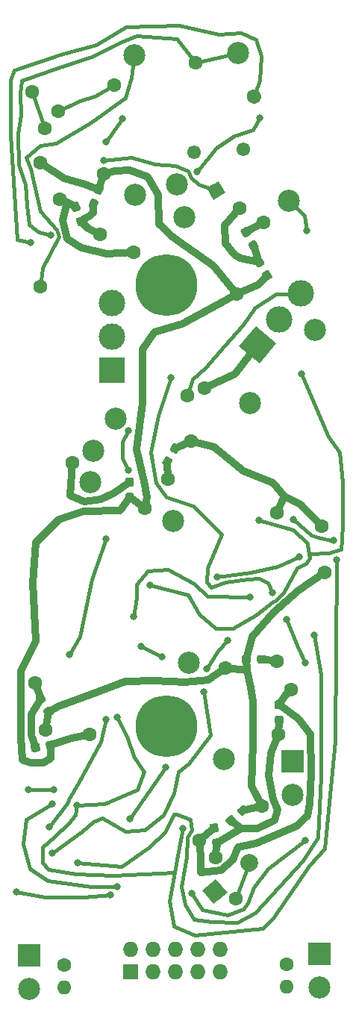
<source format=gbr>
G04 #@! TF.GenerationSoftware,KiCad,Pcbnew,(5.1.2-1)-1*
G04 #@! TF.CreationDate,2022-08-10T14:13:14-04:00*
G04 #@! TF.ProjectId,TR909 Snare Drum,54523930-3920-4536-9e61-726520447275,rev?*
G04 #@! TF.SameCoordinates,Original*
G04 #@! TF.FileFunction,Copper,L2,Bot*
G04 #@! TF.FilePolarity,Positive*
%FSLAX46Y46*%
G04 Gerber Fmt 4.6, Leading zero omitted, Abs format (unit mm)*
G04 Created by KiCad (PCBNEW (5.1.2-1)-1) date 2022-08-10 14:13:14*
%MOMM*%
%LPD*%
G04 APERTURE LIST*
%ADD10C,2.499360*%
%ADD11C,0.100000*%
%ADD12C,0.950000*%
%ADD13O,1.727200X1.727200*%
%ADD14R,1.727200X1.727200*%
%ADD15O,1.600000X1.600000*%
%ADD16C,1.600000*%
%ADD17C,1.600000*%
%ADD18C,7.000000*%
%ADD19C,1.550000*%
%ADD20C,2.999740*%
%ADD21R,2.999740X2.999740*%
%ADD22R,2.499360X2.499360*%
%ADD23C,2.000000*%
%ADD24C,2.000000*%
%ADD25C,0.800000*%
%ADD26C,0.406400*%
%ADD27C,0.812800*%
G04 APERTURE END LIST*
D10*
X48340000Y-19110000D03*
X36510000Y-19370000D03*
D11*
G36*
X53220779Y-92531144D02*
G01*
X53243834Y-92534563D01*
X53266443Y-92540227D01*
X53288387Y-92548079D01*
X53309457Y-92558044D01*
X53329448Y-92570026D01*
X53348168Y-92583910D01*
X53365438Y-92599562D01*
X53381090Y-92616832D01*
X53394974Y-92635552D01*
X53406956Y-92655543D01*
X53416921Y-92676613D01*
X53424773Y-92698557D01*
X53430437Y-92721166D01*
X53433856Y-92744221D01*
X53435000Y-92767500D01*
X53435000Y-93342500D01*
X53433856Y-93365779D01*
X53430437Y-93388834D01*
X53424773Y-93411443D01*
X53416921Y-93433387D01*
X53406956Y-93454457D01*
X53394974Y-93474448D01*
X53381090Y-93493168D01*
X53365438Y-93510438D01*
X53348168Y-93526090D01*
X53329448Y-93539974D01*
X53309457Y-93551956D01*
X53288387Y-93561921D01*
X53266443Y-93569773D01*
X53243834Y-93575437D01*
X53220779Y-93578856D01*
X53197500Y-93580000D01*
X52722500Y-93580000D01*
X52699221Y-93578856D01*
X52676166Y-93575437D01*
X52653557Y-93569773D01*
X52631613Y-93561921D01*
X52610543Y-93551956D01*
X52590552Y-93539974D01*
X52571832Y-93526090D01*
X52554562Y-93510438D01*
X52538910Y-93493168D01*
X52525026Y-93474448D01*
X52513044Y-93454457D01*
X52503079Y-93433387D01*
X52495227Y-93411443D01*
X52489563Y-93388834D01*
X52486144Y-93365779D01*
X52485000Y-93342500D01*
X52485000Y-92767500D01*
X52486144Y-92744221D01*
X52489563Y-92721166D01*
X52495227Y-92698557D01*
X52503079Y-92676613D01*
X52513044Y-92655543D01*
X52525026Y-92635552D01*
X52538910Y-92616832D01*
X52554562Y-92599562D01*
X52571832Y-92583910D01*
X52590552Y-92570026D01*
X52610543Y-92558044D01*
X52631613Y-92548079D01*
X52653557Y-92540227D01*
X52676166Y-92534563D01*
X52699221Y-92531144D01*
X52722500Y-92530000D01*
X53197500Y-92530000D01*
X53220779Y-92531144D01*
X53220779Y-92531144D01*
G37*
D12*
X52960000Y-93055000D03*
D11*
G36*
X53220779Y-94281144D02*
G01*
X53243834Y-94284563D01*
X53266443Y-94290227D01*
X53288387Y-94298079D01*
X53309457Y-94308044D01*
X53329448Y-94320026D01*
X53348168Y-94333910D01*
X53365438Y-94349562D01*
X53381090Y-94366832D01*
X53394974Y-94385552D01*
X53406956Y-94405543D01*
X53416921Y-94426613D01*
X53424773Y-94448557D01*
X53430437Y-94471166D01*
X53433856Y-94494221D01*
X53435000Y-94517500D01*
X53435000Y-95092500D01*
X53433856Y-95115779D01*
X53430437Y-95138834D01*
X53424773Y-95161443D01*
X53416921Y-95183387D01*
X53406956Y-95204457D01*
X53394974Y-95224448D01*
X53381090Y-95243168D01*
X53365438Y-95260438D01*
X53348168Y-95276090D01*
X53329448Y-95289974D01*
X53309457Y-95301956D01*
X53288387Y-95311921D01*
X53266443Y-95319773D01*
X53243834Y-95325437D01*
X53220779Y-95328856D01*
X53197500Y-95330000D01*
X52722500Y-95330000D01*
X52699221Y-95328856D01*
X52676166Y-95325437D01*
X52653557Y-95319773D01*
X52631613Y-95311921D01*
X52610543Y-95301956D01*
X52590552Y-95289974D01*
X52571832Y-95276090D01*
X52554562Y-95260438D01*
X52538910Y-95243168D01*
X52525026Y-95224448D01*
X52513044Y-95204457D01*
X52503079Y-95183387D01*
X52495227Y-95161443D01*
X52489563Y-95138834D01*
X52486144Y-95115779D01*
X52485000Y-95092500D01*
X52485000Y-94517500D01*
X52486144Y-94494221D01*
X52489563Y-94471166D01*
X52495227Y-94448557D01*
X52503079Y-94426613D01*
X52513044Y-94405543D01*
X52525026Y-94385552D01*
X52538910Y-94366832D01*
X52554562Y-94349562D01*
X52571832Y-94333910D01*
X52590552Y-94320026D01*
X52610543Y-94308044D01*
X52631613Y-94298079D01*
X52653557Y-94290227D01*
X52676166Y-94284563D01*
X52699221Y-94281144D01*
X52722500Y-94280000D01*
X53197500Y-94280000D01*
X53220779Y-94281144D01*
X53220779Y-94281144D01*
G37*
D12*
X52960000Y-94805000D03*
D11*
G36*
X51295779Y-87406144D02*
G01*
X51318834Y-87409563D01*
X51341443Y-87415227D01*
X51363387Y-87423079D01*
X51384457Y-87433044D01*
X51404448Y-87445026D01*
X51423168Y-87458910D01*
X51440438Y-87474562D01*
X51456090Y-87491832D01*
X51469974Y-87510552D01*
X51481956Y-87530543D01*
X51491921Y-87551613D01*
X51499773Y-87573557D01*
X51505437Y-87596166D01*
X51508856Y-87619221D01*
X51510000Y-87642500D01*
X51510000Y-88117500D01*
X51508856Y-88140779D01*
X51505437Y-88163834D01*
X51499773Y-88186443D01*
X51491921Y-88208387D01*
X51481956Y-88229457D01*
X51469974Y-88249448D01*
X51456090Y-88268168D01*
X51440438Y-88285438D01*
X51423168Y-88301090D01*
X51404448Y-88314974D01*
X51384457Y-88326956D01*
X51363387Y-88336921D01*
X51341443Y-88344773D01*
X51318834Y-88350437D01*
X51295779Y-88353856D01*
X51272500Y-88355000D01*
X50697500Y-88355000D01*
X50674221Y-88353856D01*
X50651166Y-88350437D01*
X50628557Y-88344773D01*
X50606613Y-88336921D01*
X50585543Y-88326956D01*
X50565552Y-88314974D01*
X50546832Y-88301090D01*
X50529562Y-88285438D01*
X50513910Y-88268168D01*
X50500026Y-88249448D01*
X50488044Y-88229457D01*
X50478079Y-88208387D01*
X50470227Y-88186443D01*
X50464563Y-88163834D01*
X50461144Y-88140779D01*
X50460000Y-88117500D01*
X50460000Y-87642500D01*
X50461144Y-87619221D01*
X50464563Y-87596166D01*
X50470227Y-87573557D01*
X50478079Y-87551613D01*
X50488044Y-87530543D01*
X50500026Y-87510552D01*
X50513910Y-87491832D01*
X50529562Y-87474562D01*
X50546832Y-87458910D01*
X50565552Y-87445026D01*
X50585543Y-87433044D01*
X50606613Y-87423079D01*
X50628557Y-87415227D01*
X50651166Y-87409563D01*
X50674221Y-87406144D01*
X50697500Y-87405000D01*
X51272500Y-87405000D01*
X51295779Y-87406144D01*
X51295779Y-87406144D01*
G37*
D12*
X50985000Y-87880000D03*
D11*
G36*
X49545779Y-87406144D02*
G01*
X49568834Y-87409563D01*
X49591443Y-87415227D01*
X49613387Y-87423079D01*
X49634457Y-87433044D01*
X49654448Y-87445026D01*
X49673168Y-87458910D01*
X49690438Y-87474562D01*
X49706090Y-87491832D01*
X49719974Y-87510552D01*
X49731956Y-87530543D01*
X49741921Y-87551613D01*
X49749773Y-87573557D01*
X49755437Y-87596166D01*
X49758856Y-87619221D01*
X49760000Y-87642500D01*
X49760000Y-88117500D01*
X49758856Y-88140779D01*
X49755437Y-88163834D01*
X49749773Y-88186443D01*
X49741921Y-88208387D01*
X49731956Y-88229457D01*
X49719974Y-88249448D01*
X49706090Y-88268168D01*
X49690438Y-88285438D01*
X49673168Y-88301090D01*
X49654448Y-88314974D01*
X49634457Y-88326956D01*
X49613387Y-88336921D01*
X49591443Y-88344773D01*
X49568834Y-88350437D01*
X49545779Y-88353856D01*
X49522500Y-88355000D01*
X48947500Y-88355000D01*
X48924221Y-88353856D01*
X48901166Y-88350437D01*
X48878557Y-88344773D01*
X48856613Y-88336921D01*
X48835543Y-88326956D01*
X48815552Y-88314974D01*
X48796832Y-88301090D01*
X48779562Y-88285438D01*
X48763910Y-88268168D01*
X48750026Y-88249448D01*
X48738044Y-88229457D01*
X48728079Y-88208387D01*
X48720227Y-88186443D01*
X48714563Y-88163834D01*
X48711144Y-88140779D01*
X48710000Y-88117500D01*
X48710000Y-87642500D01*
X48711144Y-87619221D01*
X48714563Y-87596166D01*
X48720227Y-87573557D01*
X48728079Y-87551613D01*
X48738044Y-87530543D01*
X48750026Y-87510552D01*
X48763910Y-87491832D01*
X48779562Y-87474562D01*
X48796832Y-87458910D01*
X48815552Y-87445026D01*
X48835543Y-87433044D01*
X48856613Y-87423079D01*
X48878557Y-87415227D01*
X48901166Y-87409563D01*
X48924221Y-87406144D01*
X48947500Y-87405000D01*
X49522500Y-87405000D01*
X49545779Y-87406144D01*
X49545779Y-87406144D01*
G37*
D12*
X49235000Y-87880000D03*
D13*
X46270000Y-120830000D03*
X46270000Y-123370000D03*
X43730000Y-120830000D03*
X43730000Y-123370000D03*
X41190000Y-120830000D03*
X41190000Y-123370000D03*
X38650000Y-120830000D03*
X38650000Y-123370000D03*
X36110000Y-120830000D03*
D14*
X36110000Y-123370000D03*
D15*
X28560000Y-125120000D03*
D16*
X28560000Y-122580000D03*
D15*
X53780000Y-125050000D03*
D16*
X53780000Y-122510000D03*
X50109114Y-24010000D03*
D17*
X50109114Y-24010000D02*
X50109114Y-24010000D01*
D16*
X43510000Y-20200000D03*
D10*
X42170000Y-37710000D03*
X36630000Y-35230000D03*
X54040000Y-35910000D03*
X57019790Y-50498049D03*
X31870000Y-64210000D03*
X34440000Y-60570000D03*
X46684447Y-99190917D03*
X31560000Y-67840000D03*
X42724186Y-88313853D03*
D18*
X40132000Y-95504000D03*
X40132000Y-45466000D03*
D19*
X48860127Y-30034936D03*
X45780000Y-34700000D03*
D11*
G36*
X46838670Y-34983670D02*
G01*
X45496330Y-35758670D01*
X44721330Y-34416330D01*
X46063670Y-33641330D01*
X46838670Y-34983670D01*
X46838670Y-34983670D01*
G37*
D19*
X43280000Y-30369873D03*
D20*
X55429497Y-46394485D03*
X52980476Y-49313115D03*
X50531455Y-52231744D03*
D11*
G36*
X50716324Y-54344809D02*
G01*
X48418390Y-52416613D01*
X50346586Y-50118679D01*
X52644520Y-52046875D01*
X50716324Y-54344809D01*
X50716324Y-54344809D01*
G37*
D20*
X33960000Y-47520000D03*
X33960000Y-51330000D03*
D21*
X33960000Y-55140000D03*
D10*
X54510000Y-103240000D03*
D22*
X54510000Y-99430000D03*
D10*
X24630000Y-125250000D03*
D22*
X24630000Y-121440000D03*
D10*
X57550000Y-125140000D03*
D22*
X57550000Y-121330000D03*
D10*
X41320000Y-34040000D03*
X40930000Y-72160000D03*
X49660000Y-58820000D03*
D23*
X49561506Y-110974639D03*
D24*
X49561506Y-110974639D02*
X49561506Y-110974639D01*
D23*
X45670000Y-114240000D03*
D11*
G36*
X45546743Y-115648832D02*
G01*
X44261168Y-114116743D01*
X45793257Y-112831168D01*
X47078832Y-114363257D01*
X45546743Y-115648832D01*
X45546743Y-115648832D01*
G37*
G36*
X40251569Y-64874572D02*
G01*
X40274500Y-64878744D01*
X40296911Y-64885144D01*
X40318587Y-64893710D01*
X40339319Y-64904359D01*
X40750681Y-65141859D01*
X40770269Y-65154489D01*
X40788526Y-65168978D01*
X40805274Y-65185187D01*
X40820352Y-65202959D01*
X40833617Y-65222124D01*
X40844938Y-65242496D01*
X40854209Y-65263881D01*
X40861338Y-65286070D01*
X40866259Y-65308852D01*
X40868922Y-65332007D01*
X40869304Y-65355311D01*
X40867399Y-65378540D01*
X40863227Y-65401471D01*
X40856827Y-65423882D01*
X40848261Y-65445558D01*
X40837612Y-65466290D01*
X40550112Y-65964254D01*
X40537482Y-65983843D01*
X40522993Y-66002099D01*
X40506784Y-66018847D01*
X40489012Y-66033925D01*
X40469847Y-66047190D01*
X40449474Y-66058511D01*
X40428090Y-66067782D01*
X40405900Y-66074911D01*
X40383119Y-66079832D01*
X40359964Y-66082496D01*
X40336660Y-66082877D01*
X40313431Y-66080972D01*
X40290500Y-66076800D01*
X40268089Y-66070400D01*
X40246413Y-66061834D01*
X40225681Y-66051185D01*
X39814319Y-65813685D01*
X39794731Y-65801055D01*
X39776474Y-65786566D01*
X39759726Y-65770357D01*
X39744648Y-65752585D01*
X39731383Y-65733420D01*
X39720062Y-65713048D01*
X39710791Y-65691663D01*
X39703662Y-65669474D01*
X39698741Y-65646692D01*
X39696078Y-65623537D01*
X39695696Y-65600233D01*
X39697601Y-65577004D01*
X39701773Y-65554073D01*
X39708173Y-65531662D01*
X39716739Y-65509986D01*
X39727388Y-65489254D01*
X40014888Y-64991290D01*
X40027518Y-64971701D01*
X40042007Y-64953445D01*
X40058216Y-64936697D01*
X40075988Y-64921619D01*
X40095153Y-64908354D01*
X40115526Y-64897033D01*
X40136910Y-64887762D01*
X40159100Y-64880633D01*
X40181881Y-64875712D01*
X40205036Y-64873048D01*
X40228340Y-64872667D01*
X40251569Y-64874572D01*
X40251569Y-64874572D01*
G37*
D12*
X40282500Y-65477772D03*
D11*
G36*
X41126569Y-63359028D02*
G01*
X41149500Y-63363200D01*
X41171911Y-63369600D01*
X41193587Y-63378166D01*
X41214319Y-63388815D01*
X41625681Y-63626315D01*
X41645269Y-63638945D01*
X41663526Y-63653434D01*
X41680274Y-63669643D01*
X41695352Y-63687415D01*
X41708617Y-63706580D01*
X41719938Y-63726952D01*
X41729209Y-63748337D01*
X41736338Y-63770526D01*
X41741259Y-63793308D01*
X41743922Y-63816463D01*
X41744304Y-63839767D01*
X41742399Y-63862996D01*
X41738227Y-63885927D01*
X41731827Y-63908338D01*
X41723261Y-63930014D01*
X41712612Y-63950746D01*
X41425112Y-64448710D01*
X41412482Y-64468299D01*
X41397993Y-64486555D01*
X41381784Y-64503303D01*
X41364012Y-64518381D01*
X41344847Y-64531646D01*
X41324474Y-64542967D01*
X41303090Y-64552238D01*
X41280900Y-64559367D01*
X41258119Y-64564288D01*
X41234964Y-64566952D01*
X41211660Y-64567333D01*
X41188431Y-64565428D01*
X41165500Y-64561256D01*
X41143089Y-64554856D01*
X41121413Y-64546290D01*
X41100681Y-64535641D01*
X40689319Y-64298141D01*
X40669731Y-64285511D01*
X40651474Y-64271022D01*
X40634726Y-64254813D01*
X40619648Y-64237041D01*
X40606383Y-64217876D01*
X40595062Y-64197504D01*
X40585791Y-64176119D01*
X40578662Y-64153930D01*
X40573741Y-64131148D01*
X40571078Y-64107993D01*
X40570696Y-64084689D01*
X40572601Y-64061460D01*
X40576773Y-64038529D01*
X40583173Y-64016118D01*
X40591739Y-63994442D01*
X40602388Y-63973710D01*
X40889888Y-63475746D01*
X40902518Y-63456157D01*
X40917007Y-63437901D01*
X40933216Y-63421153D01*
X40950988Y-63406075D01*
X40970153Y-63392810D01*
X40990526Y-63381489D01*
X41011910Y-63372218D01*
X41034100Y-63365089D01*
X41056881Y-63360168D01*
X41080036Y-63357504D01*
X41103340Y-63357123D01*
X41126569Y-63359028D01*
X41126569Y-63359028D01*
G37*
D12*
X41157500Y-63962228D03*
D11*
G36*
X51654964Y-43763049D02*
G01*
X51678119Y-43765712D01*
X51700901Y-43770633D01*
X51723090Y-43777762D01*
X51744475Y-43787033D01*
X51764847Y-43798354D01*
X51784012Y-43811619D01*
X51801784Y-43826697D01*
X51817993Y-43843445D01*
X51832482Y-43861702D01*
X51845112Y-43881290D01*
X52132612Y-44379254D01*
X52143261Y-44399986D01*
X52151827Y-44421662D01*
X52158227Y-44444073D01*
X52162399Y-44467004D01*
X52164304Y-44490233D01*
X52163923Y-44513537D01*
X52161259Y-44536692D01*
X52156338Y-44559473D01*
X52149209Y-44581663D01*
X52139938Y-44603047D01*
X52128617Y-44623420D01*
X52115352Y-44642585D01*
X52100274Y-44660357D01*
X52083526Y-44676566D01*
X52065270Y-44691055D01*
X52045681Y-44703685D01*
X51634319Y-44941185D01*
X51613587Y-44951834D01*
X51591911Y-44960400D01*
X51569500Y-44966800D01*
X51546569Y-44970972D01*
X51523340Y-44972877D01*
X51500036Y-44972495D01*
X51476881Y-44969832D01*
X51454099Y-44964911D01*
X51431910Y-44957782D01*
X51410525Y-44948511D01*
X51390153Y-44937190D01*
X51370988Y-44923925D01*
X51353216Y-44908847D01*
X51337007Y-44892099D01*
X51322518Y-44873842D01*
X51309888Y-44854254D01*
X51022388Y-44356290D01*
X51011739Y-44335558D01*
X51003173Y-44313882D01*
X50996773Y-44291471D01*
X50992601Y-44268540D01*
X50990696Y-44245311D01*
X50991077Y-44222007D01*
X50993741Y-44198852D01*
X50998662Y-44176071D01*
X51005791Y-44153881D01*
X51015062Y-44132497D01*
X51026383Y-44112124D01*
X51039648Y-44092959D01*
X51054726Y-44075187D01*
X51071474Y-44058978D01*
X51089730Y-44044489D01*
X51109319Y-44031859D01*
X51520681Y-43794359D01*
X51541413Y-43783710D01*
X51563089Y-43775144D01*
X51585500Y-43768744D01*
X51608431Y-43764572D01*
X51631660Y-43762667D01*
X51654964Y-43763049D01*
X51654964Y-43763049D01*
G37*
D12*
X51577500Y-44367772D03*
D11*
G36*
X50779964Y-42247505D02*
G01*
X50803119Y-42250168D01*
X50825901Y-42255089D01*
X50848090Y-42262218D01*
X50869475Y-42271489D01*
X50889847Y-42282810D01*
X50909012Y-42296075D01*
X50926784Y-42311153D01*
X50942993Y-42327901D01*
X50957482Y-42346158D01*
X50970112Y-42365746D01*
X51257612Y-42863710D01*
X51268261Y-42884442D01*
X51276827Y-42906118D01*
X51283227Y-42928529D01*
X51287399Y-42951460D01*
X51289304Y-42974689D01*
X51288923Y-42997993D01*
X51286259Y-43021148D01*
X51281338Y-43043929D01*
X51274209Y-43066119D01*
X51264938Y-43087503D01*
X51253617Y-43107876D01*
X51240352Y-43127041D01*
X51225274Y-43144813D01*
X51208526Y-43161022D01*
X51190270Y-43175511D01*
X51170681Y-43188141D01*
X50759319Y-43425641D01*
X50738587Y-43436290D01*
X50716911Y-43444856D01*
X50694500Y-43451256D01*
X50671569Y-43455428D01*
X50648340Y-43457333D01*
X50625036Y-43456951D01*
X50601881Y-43454288D01*
X50579099Y-43449367D01*
X50556910Y-43442238D01*
X50535525Y-43432967D01*
X50515153Y-43421646D01*
X50495988Y-43408381D01*
X50478216Y-43393303D01*
X50462007Y-43376555D01*
X50447518Y-43358298D01*
X50434888Y-43338710D01*
X50147388Y-42840746D01*
X50136739Y-42820014D01*
X50128173Y-42798338D01*
X50121773Y-42775927D01*
X50117601Y-42752996D01*
X50115696Y-42729767D01*
X50116077Y-42706463D01*
X50118741Y-42683308D01*
X50123662Y-42660527D01*
X50130791Y-42638337D01*
X50140062Y-42616953D01*
X50151383Y-42596580D01*
X50164648Y-42577415D01*
X50179726Y-42559643D01*
X50196474Y-42543434D01*
X50214730Y-42528945D01*
X50234319Y-42516315D01*
X50645681Y-42278815D01*
X50666413Y-42268166D01*
X50688089Y-42259600D01*
X50710500Y-42253200D01*
X50733431Y-42249028D01*
X50756660Y-42247123D01*
X50779964Y-42247505D01*
X50779964Y-42247505D01*
G37*
D12*
X50702500Y-42852228D03*
D11*
G36*
X50124964Y-40353049D02*
G01*
X50148119Y-40355712D01*
X50170901Y-40360633D01*
X50193090Y-40367762D01*
X50214475Y-40377033D01*
X50234847Y-40388354D01*
X50254012Y-40401619D01*
X50271784Y-40416697D01*
X50287993Y-40433445D01*
X50302482Y-40451702D01*
X50315112Y-40471290D01*
X50602612Y-40969254D01*
X50613261Y-40989986D01*
X50621827Y-41011662D01*
X50628227Y-41034073D01*
X50632399Y-41057004D01*
X50634304Y-41080233D01*
X50633923Y-41103537D01*
X50631259Y-41126692D01*
X50626338Y-41149473D01*
X50619209Y-41171663D01*
X50609938Y-41193047D01*
X50598617Y-41213420D01*
X50585352Y-41232585D01*
X50570274Y-41250357D01*
X50553526Y-41266566D01*
X50535270Y-41281055D01*
X50515681Y-41293685D01*
X50104319Y-41531185D01*
X50083587Y-41541834D01*
X50061911Y-41550400D01*
X50039500Y-41556800D01*
X50016569Y-41560972D01*
X49993340Y-41562877D01*
X49970036Y-41562495D01*
X49946881Y-41559832D01*
X49924099Y-41554911D01*
X49901910Y-41547782D01*
X49880525Y-41538511D01*
X49860153Y-41527190D01*
X49840988Y-41513925D01*
X49823216Y-41498847D01*
X49807007Y-41482099D01*
X49792518Y-41463842D01*
X49779888Y-41444254D01*
X49492388Y-40946290D01*
X49481739Y-40925558D01*
X49473173Y-40903882D01*
X49466773Y-40881471D01*
X49462601Y-40858540D01*
X49460696Y-40835311D01*
X49461077Y-40812007D01*
X49463741Y-40788852D01*
X49468662Y-40766071D01*
X49475791Y-40743881D01*
X49485062Y-40722497D01*
X49496383Y-40702124D01*
X49509648Y-40682959D01*
X49524726Y-40665187D01*
X49541474Y-40648978D01*
X49559730Y-40634489D01*
X49579319Y-40621859D01*
X49990681Y-40384359D01*
X50011413Y-40373710D01*
X50033089Y-40365144D01*
X50055500Y-40358744D01*
X50078431Y-40354572D01*
X50101660Y-40352667D01*
X50124964Y-40353049D01*
X50124964Y-40353049D01*
G37*
D12*
X50047500Y-40957772D03*
D11*
G36*
X49249964Y-38837505D02*
G01*
X49273119Y-38840168D01*
X49295901Y-38845089D01*
X49318090Y-38852218D01*
X49339475Y-38861489D01*
X49359847Y-38872810D01*
X49379012Y-38886075D01*
X49396784Y-38901153D01*
X49412993Y-38917901D01*
X49427482Y-38936158D01*
X49440112Y-38955746D01*
X49727612Y-39453710D01*
X49738261Y-39474442D01*
X49746827Y-39496118D01*
X49753227Y-39518529D01*
X49757399Y-39541460D01*
X49759304Y-39564689D01*
X49758923Y-39587993D01*
X49756259Y-39611148D01*
X49751338Y-39633929D01*
X49744209Y-39656119D01*
X49734938Y-39677503D01*
X49723617Y-39697876D01*
X49710352Y-39717041D01*
X49695274Y-39734813D01*
X49678526Y-39751022D01*
X49660270Y-39765511D01*
X49640681Y-39778141D01*
X49229319Y-40015641D01*
X49208587Y-40026290D01*
X49186911Y-40034856D01*
X49164500Y-40041256D01*
X49141569Y-40045428D01*
X49118340Y-40047333D01*
X49095036Y-40046951D01*
X49071881Y-40044288D01*
X49049099Y-40039367D01*
X49026910Y-40032238D01*
X49005525Y-40022967D01*
X48985153Y-40011646D01*
X48965988Y-39998381D01*
X48948216Y-39983303D01*
X48932007Y-39966555D01*
X48917518Y-39948298D01*
X48904888Y-39928710D01*
X48617388Y-39430746D01*
X48606739Y-39410014D01*
X48598173Y-39388338D01*
X48591773Y-39365927D01*
X48587601Y-39342996D01*
X48585696Y-39319767D01*
X48586077Y-39296463D01*
X48588741Y-39273308D01*
X48593662Y-39250527D01*
X48600791Y-39228337D01*
X48610062Y-39206953D01*
X48621383Y-39186580D01*
X48634648Y-39167415D01*
X48649726Y-39149643D01*
X48666474Y-39133434D01*
X48684730Y-39118945D01*
X48704319Y-39106315D01*
X49115681Y-38868815D01*
X49136413Y-38858166D01*
X49158089Y-38849600D01*
X49180500Y-38843200D01*
X49203431Y-38839028D01*
X49226660Y-38837123D01*
X49249964Y-38837505D01*
X49249964Y-38837505D01*
G37*
D12*
X49172500Y-39442228D03*
D11*
G36*
X36260779Y-69011144D02*
G01*
X36283834Y-69014563D01*
X36306443Y-69020227D01*
X36328387Y-69028079D01*
X36349457Y-69038044D01*
X36369448Y-69050026D01*
X36388168Y-69063910D01*
X36405438Y-69079562D01*
X36421090Y-69096832D01*
X36434974Y-69115552D01*
X36446956Y-69135543D01*
X36456921Y-69156613D01*
X36464773Y-69178557D01*
X36470437Y-69201166D01*
X36473856Y-69224221D01*
X36475000Y-69247500D01*
X36475000Y-69822500D01*
X36473856Y-69845779D01*
X36470437Y-69868834D01*
X36464773Y-69891443D01*
X36456921Y-69913387D01*
X36446956Y-69934457D01*
X36434974Y-69954448D01*
X36421090Y-69973168D01*
X36405438Y-69990438D01*
X36388168Y-70006090D01*
X36369448Y-70019974D01*
X36349457Y-70031956D01*
X36328387Y-70041921D01*
X36306443Y-70049773D01*
X36283834Y-70055437D01*
X36260779Y-70058856D01*
X36237500Y-70060000D01*
X35762500Y-70060000D01*
X35739221Y-70058856D01*
X35716166Y-70055437D01*
X35693557Y-70049773D01*
X35671613Y-70041921D01*
X35650543Y-70031956D01*
X35630552Y-70019974D01*
X35611832Y-70006090D01*
X35594562Y-69990438D01*
X35578910Y-69973168D01*
X35565026Y-69954448D01*
X35553044Y-69934457D01*
X35543079Y-69913387D01*
X35535227Y-69891443D01*
X35529563Y-69868834D01*
X35526144Y-69845779D01*
X35525000Y-69822500D01*
X35525000Y-69247500D01*
X35526144Y-69224221D01*
X35529563Y-69201166D01*
X35535227Y-69178557D01*
X35543079Y-69156613D01*
X35553044Y-69135543D01*
X35565026Y-69115552D01*
X35578910Y-69096832D01*
X35594562Y-69079562D01*
X35611832Y-69063910D01*
X35630552Y-69050026D01*
X35650543Y-69038044D01*
X35671613Y-69028079D01*
X35693557Y-69020227D01*
X35716166Y-69014563D01*
X35739221Y-69011144D01*
X35762500Y-69010000D01*
X36237500Y-69010000D01*
X36260779Y-69011144D01*
X36260779Y-69011144D01*
G37*
D12*
X36000000Y-69535000D03*
D11*
G36*
X36260779Y-67261144D02*
G01*
X36283834Y-67264563D01*
X36306443Y-67270227D01*
X36328387Y-67278079D01*
X36349457Y-67288044D01*
X36369448Y-67300026D01*
X36388168Y-67313910D01*
X36405438Y-67329562D01*
X36421090Y-67346832D01*
X36434974Y-67365552D01*
X36446956Y-67385543D01*
X36456921Y-67406613D01*
X36464773Y-67428557D01*
X36470437Y-67451166D01*
X36473856Y-67474221D01*
X36475000Y-67497500D01*
X36475000Y-68072500D01*
X36473856Y-68095779D01*
X36470437Y-68118834D01*
X36464773Y-68141443D01*
X36456921Y-68163387D01*
X36446956Y-68184457D01*
X36434974Y-68204448D01*
X36421090Y-68223168D01*
X36405438Y-68240438D01*
X36388168Y-68256090D01*
X36369448Y-68269974D01*
X36349457Y-68281956D01*
X36328387Y-68291921D01*
X36306443Y-68299773D01*
X36283834Y-68305437D01*
X36260779Y-68308856D01*
X36237500Y-68310000D01*
X35762500Y-68310000D01*
X35739221Y-68308856D01*
X35716166Y-68305437D01*
X35693557Y-68299773D01*
X35671613Y-68291921D01*
X35650543Y-68281956D01*
X35630552Y-68269974D01*
X35611832Y-68256090D01*
X35594562Y-68240438D01*
X35578910Y-68223168D01*
X35565026Y-68204448D01*
X35553044Y-68184457D01*
X35543079Y-68163387D01*
X35535227Y-68141443D01*
X35529563Y-68118834D01*
X35526144Y-68095779D01*
X35525000Y-68072500D01*
X35525000Y-67497500D01*
X35526144Y-67474221D01*
X35529563Y-67451166D01*
X35535227Y-67428557D01*
X35543079Y-67406613D01*
X35553044Y-67385543D01*
X35565026Y-67365552D01*
X35578910Y-67346832D01*
X35594562Y-67329562D01*
X35611832Y-67313910D01*
X35630552Y-67300026D01*
X35650543Y-67288044D01*
X35671613Y-67278079D01*
X35693557Y-67270227D01*
X35716166Y-67264563D01*
X35739221Y-67261144D01*
X35762500Y-67260000D01*
X36237500Y-67260000D01*
X36260779Y-67261144D01*
X36260779Y-67261144D01*
G37*
D12*
X36000000Y-67785000D03*
D11*
G36*
X30627681Y-37615724D02*
G01*
X30650565Y-37620146D01*
X30672905Y-37626790D01*
X30694486Y-37635592D01*
X30715101Y-37646467D01*
X30734550Y-37659310D01*
X30752647Y-37673997D01*
X30769218Y-37690388D01*
X30784101Y-37708323D01*
X30797156Y-37727632D01*
X30808255Y-37748126D01*
X30817291Y-37769610D01*
X31013953Y-38309933D01*
X31020840Y-38332199D01*
X31025512Y-38355033D01*
X31027923Y-38378216D01*
X31028050Y-38401522D01*
X31025892Y-38424729D01*
X31021470Y-38447613D01*
X31014826Y-38469953D01*
X31006024Y-38491535D01*
X30995150Y-38512149D01*
X30982307Y-38531599D01*
X30967619Y-38549696D01*
X30951229Y-38566266D01*
X30933293Y-38581150D01*
X30913985Y-38594204D01*
X30893490Y-38605303D01*
X30872006Y-38614340D01*
X30425652Y-38776799D01*
X30403385Y-38783686D01*
X30380551Y-38788358D01*
X30357369Y-38790769D01*
X30334062Y-38790896D01*
X30310855Y-38788738D01*
X30287971Y-38784316D01*
X30265631Y-38777672D01*
X30244050Y-38768870D01*
X30223435Y-38757995D01*
X30203986Y-38745152D01*
X30185889Y-38730465D01*
X30169318Y-38714074D01*
X30154435Y-38696139D01*
X30141380Y-38676830D01*
X30130281Y-38656336D01*
X30121245Y-38634852D01*
X29924583Y-38094529D01*
X29917696Y-38072263D01*
X29913024Y-38049429D01*
X29910613Y-38026246D01*
X29910486Y-38002940D01*
X29912644Y-37979733D01*
X29917066Y-37956849D01*
X29923710Y-37934509D01*
X29932512Y-37912927D01*
X29943386Y-37892313D01*
X29956229Y-37872863D01*
X29970917Y-37854766D01*
X29987307Y-37838196D01*
X30005243Y-37823312D01*
X30024551Y-37810258D01*
X30045046Y-37799159D01*
X30066530Y-37790122D01*
X30512884Y-37627663D01*
X30535151Y-37620776D01*
X30557985Y-37616104D01*
X30581167Y-37613693D01*
X30604474Y-37613566D01*
X30627681Y-37615724D01*
X30627681Y-37615724D01*
G37*
D12*
X30469268Y-38202231D03*
D11*
G36*
X30029145Y-35971262D02*
G01*
X30052029Y-35975684D01*
X30074369Y-35982328D01*
X30095950Y-35991130D01*
X30116565Y-36002005D01*
X30136014Y-36014848D01*
X30154111Y-36029535D01*
X30170682Y-36045926D01*
X30185565Y-36063861D01*
X30198620Y-36083170D01*
X30209719Y-36103664D01*
X30218755Y-36125148D01*
X30415417Y-36665471D01*
X30422304Y-36687737D01*
X30426976Y-36710571D01*
X30429387Y-36733754D01*
X30429514Y-36757060D01*
X30427356Y-36780267D01*
X30422934Y-36803151D01*
X30416290Y-36825491D01*
X30407488Y-36847073D01*
X30396614Y-36867687D01*
X30383771Y-36887137D01*
X30369083Y-36905234D01*
X30352693Y-36921804D01*
X30334757Y-36936688D01*
X30315449Y-36949742D01*
X30294954Y-36960841D01*
X30273470Y-36969878D01*
X29827116Y-37132337D01*
X29804849Y-37139224D01*
X29782015Y-37143896D01*
X29758833Y-37146307D01*
X29735526Y-37146434D01*
X29712319Y-37144276D01*
X29689435Y-37139854D01*
X29667095Y-37133210D01*
X29645514Y-37124408D01*
X29624899Y-37113533D01*
X29605450Y-37100690D01*
X29587353Y-37086003D01*
X29570782Y-37069612D01*
X29555899Y-37051677D01*
X29542844Y-37032368D01*
X29531745Y-37011874D01*
X29522709Y-36990390D01*
X29326047Y-36450067D01*
X29319160Y-36427801D01*
X29314488Y-36404967D01*
X29312077Y-36381784D01*
X29311950Y-36358478D01*
X29314108Y-36335271D01*
X29318530Y-36312387D01*
X29325174Y-36290047D01*
X29333976Y-36268465D01*
X29344850Y-36247851D01*
X29357693Y-36228401D01*
X29372381Y-36210304D01*
X29388771Y-36193734D01*
X29406707Y-36178850D01*
X29426015Y-36165796D01*
X29446510Y-36154697D01*
X29467994Y-36145660D01*
X29914348Y-35983201D01*
X29936615Y-35976314D01*
X29959449Y-35971642D01*
X29982631Y-35969231D01*
X30005938Y-35969104D01*
X30029145Y-35971262D01*
X30029145Y-35971262D01*
G37*
D12*
X29870732Y-36557769D03*
D11*
G36*
X45780456Y-106468127D02*
G01*
X45803430Y-106472049D01*
X45825910Y-106478204D01*
X45847678Y-106486533D01*
X45868525Y-106496955D01*
X45888250Y-106509370D01*
X45906664Y-106523660D01*
X45923587Y-106539685D01*
X45938859Y-106557291D01*
X45952331Y-106576310D01*
X45963875Y-106596558D01*
X45973378Y-106617840D01*
X45980749Y-106639951D01*
X45985918Y-106662677D01*
X46085766Y-107228942D01*
X46088682Y-107252066D01*
X46089317Y-107275365D01*
X46087666Y-107298614D01*
X46083744Y-107321588D01*
X46077589Y-107344068D01*
X46069261Y-107365836D01*
X46058838Y-107386683D01*
X46046423Y-107406408D01*
X46032134Y-107424821D01*
X46016108Y-107441745D01*
X45998502Y-107457017D01*
X45979483Y-107470489D01*
X45959235Y-107482033D01*
X45937953Y-107491536D01*
X45915842Y-107498907D01*
X45893115Y-107504076D01*
X45425331Y-107586559D01*
X45402207Y-107589475D01*
X45378909Y-107590110D01*
X45355660Y-107588459D01*
X45332686Y-107584537D01*
X45310206Y-107578382D01*
X45288438Y-107570053D01*
X45267591Y-107559631D01*
X45247866Y-107547216D01*
X45229452Y-107532926D01*
X45212529Y-107516901D01*
X45197257Y-107499295D01*
X45183785Y-107480276D01*
X45172241Y-107460028D01*
X45162738Y-107438746D01*
X45155367Y-107416635D01*
X45150198Y-107393909D01*
X45050350Y-106827644D01*
X45047434Y-106804520D01*
X45046799Y-106781221D01*
X45048450Y-106757972D01*
X45052372Y-106734998D01*
X45058527Y-106712518D01*
X45066855Y-106690750D01*
X45077278Y-106669903D01*
X45089693Y-106650178D01*
X45103982Y-106631765D01*
X45120008Y-106614841D01*
X45137614Y-106599569D01*
X45156633Y-106586097D01*
X45176881Y-106574553D01*
X45198163Y-106565050D01*
X45220274Y-106557679D01*
X45243001Y-106552510D01*
X45710785Y-106470027D01*
X45733909Y-106467111D01*
X45757207Y-106466476D01*
X45780456Y-106468127D01*
X45780456Y-106468127D01*
G37*
D12*
X45568058Y-107028293D03*
D11*
G36*
X46084340Y-108191541D02*
G01*
X46107314Y-108195463D01*
X46129794Y-108201618D01*
X46151562Y-108209947D01*
X46172409Y-108220369D01*
X46192134Y-108232784D01*
X46210548Y-108247074D01*
X46227471Y-108263099D01*
X46242743Y-108280705D01*
X46256215Y-108299724D01*
X46267759Y-108319972D01*
X46277262Y-108341254D01*
X46284633Y-108363365D01*
X46289802Y-108386091D01*
X46389650Y-108952356D01*
X46392566Y-108975480D01*
X46393201Y-108998779D01*
X46391550Y-109022028D01*
X46387628Y-109045002D01*
X46381473Y-109067482D01*
X46373145Y-109089250D01*
X46362722Y-109110097D01*
X46350307Y-109129822D01*
X46336018Y-109148235D01*
X46319992Y-109165159D01*
X46302386Y-109180431D01*
X46283367Y-109193903D01*
X46263119Y-109205447D01*
X46241837Y-109214950D01*
X46219726Y-109222321D01*
X46196999Y-109227490D01*
X45729215Y-109309973D01*
X45706091Y-109312889D01*
X45682793Y-109313524D01*
X45659544Y-109311873D01*
X45636570Y-109307951D01*
X45614090Y-109301796D01*
X45592322Y-109293467D01*
X45571475Y-109283045D01*
X45551750Y-109270630D01*
X45533336Y-109256340D01*
X45516413Y-109240315D01*
X45501141Y-109222709D01*
X45487669Y-109203690D01*
X45476125Y-109183442D01*
X45466622Y-109162160D01*
X45459251Y-109140049D01*
X45454082Y-109117323D01*
X45354234Y-108551058D01*
X45351318Y-108527934D01*
X45350683Y-108504635D01*
X45352334Y-108481386D01*
X45356256Y-108458412D01*
X45362411Y-108435932D01*
X45370739Y-108414164D01*
X45381162Y-108393317D01*
X45393577Y-108373592D01*
X45407866Y-108355179D01*
X45423892Y-108338255D01*
X45441498Y-108322983D01*
X45460517Y-108309511D01*
X45480765Y-108297967D01*
X45502047Y-108288464D01*
X45524158Y-108281093D01*
X45546885Y-108275924D01*
X46014669Y-108193441D01*
X46037793Y-108190525D01*
X46061091Y-108189890D01*
X46084340Y-108191541D01*
X46084340Y-108191541D01*
G37*
D12*
X45871942Y-108751707D03*
D11*
G36*
X47567987Y-105549106D02*
G01*
X47591077Y-105552274D01*
X47613746Y-105557690D01*
X47635776Y-105565302D01*
X47656952Y-105575037D01*
X47677073Y-105586800D01*
X47695944Y-105600479D01*
X47713383Y-105615942D01*
X47729223Y-105633040D01*
X48034547Y-105996911D01*
X48048634Y-106015479D01*
X48060834Y-106035338D01*
X48071028Y-106056298D01*
X48079119Y-106078155D01*
X48085028Y-106100701D01*
X48088699Y-106123717D01*
X48090097Y-106146982D01*
X48089207Y-106170272D01*
X48086039Y-106193363D01*
X48080623Y-106216032D01*
X48073011Y-106238061D01*
X48063276Y-106259238D01*
X48051513Y-106279359D01*
X48037834Y-106298230D01*
X48022371Y-106315669D01*
X48005273Y-106331509D01*
X47564797Y-106701112D01*
X47546229Y-106715199D01*
X47526370Y-106727399D01*
X47505410Y-106737593D01*
X47483553Y-106745684D01*
X47461007Y-106751593D01*
X47437991Y-106755264D01*
X47414726Y-106756662D01*
X47391435Y-106755772D01*
X47368345Y-106752604D01*
X47345676Y-106747188D01*
X47323646Y-106739576D01*
X47302470Y-106729841D01*
X47282349Y-106718078D01*
X47263478Y-106704399D01*
X47246039Y-106688936D01*
X47230199Y-106671838D01*
X46924875Y-106307967D01*
X46910788Y-106289399D01*
X46898588Y-106269540D01*
X46888394Y-106248580D01*
X46880303Y-106226723D01*
X46874394Y-106204177D01*
X46870723Y-106181161D01*
X46869325Y-106157896D01*
X46870215Y-106134606D01*
X46873383Y-106111515D01*
X46878799Y-106088846D01*
X46886411Y-106066817D01*
X46896146Y-106045640D01*
X46907909Y-106025519D01*
X46921588Y-106006648D01*
X46937051Y-105989209D01*
X46954149Y-105973369D01*
X47394625Y-105603766D01*
X47413193Y-105589679D01*
X47433052Y-105577479D01*
X47454012Y-105567285D01*
X47475869Y-105559194D01*
X47498415Y-105553285D01*
X47521431Y-105549614D01*
X47544696Y-105548216D01*
X47567987Y-105549106D01*
X47567987Y-105549106D01*
G37*
D12*
X47479711Y-106152439D03*
D11*
G36*
X48908565Y-104424228D02*
G01*
X48931655Y-104427396D01*
X48954324Y-104432812D01*
X48976354Y-104440424D01*
X48997530Y-104450159D01*
X49017651Y-104461922D01*
X49036522Y-104475601D01*
X49053961Y-104491064D01*
X49069801Y-104508162D01*
X49375125Y-104872033D01*
X49389212Y-104890601D01*
X49401412Y-104910460D01*
X49411606Y-104931420D01*
X49419697Y-104953277D01*
X49425606Y-104975823D01*
X49429277Y-104998839D01*
X49430675Y-105022104D01*
X49429785Y-105045394D01*
X49426617Y-105068485D01*
X49421201Y-105091154D01*
X49413589Y-105113183D01*
X49403854Y-105134360D01*
X49392091Y-105154481D01*
X49378412Y-105173352D01*
X49362949Y-105190791D01*
X49345851Y-105206631D01*
X48905375Y-105576234D01*
X48886807Y-105590321D01*
X48866948Y-105602521D01*
X48845988Y-105612715D01*
X48824131Y-105620806D01*
X48801585Y-105626715D01*
X48778569Y-105630386D01*
X48755304Y-105631784D01*
X48732013Y-105630894D01*
X48708923Y-105627726D01*
X48686254Y-105622310D01*
X48664224Y-105614698D01*
X48643048Y-105604963D01*
X48622927Y-105593200D01*
X48604056Y-105579521D01*
X48586617Y-105564058D01*
X48570777Y-105546960D01*
X48265453Y-105183089D01*
X48251366Y-105164521D01*
X48239166Y-105144662D01*
X48228972Y-105123702D01*
X48220881Y-105101845D01*
X48214972Y-105079299D01*
X48211301Y-105056283D01*
X48209903Y-105033018D01*
X48210793Y-105009728D01*
X48213961Y-104986637D01*
X48219377Y-104963968D01*
X48226989Y-104941939D01*
X48236724Y-104920762D01*
X48248487Y-104900641D01*
X48262166Y-104881770D01*
X48277629Y-104864331D01*
X48294727Y-104848491D01*
X48735203Y-104478888D01*
X48753771Y-104464801D01*
X48773630Y-104452601D01*
X48794590Y-104442407D01*
X48816447Y-104434316D01*
X48838993Y-104428407D01*
X48862009Y-104424736D01*
X48885274Y-104423338D01*
X48908565Y-104424228D01*
X48908565Y-104424228D01*
G37*
D12*
X48820289Y-105027561D03*
D11*
G36*
X32387369Y-34009231D02*
G01*
X32410552Y-34011642D01*
X32433386Y-34016314D01*
X32455652Y-34023201D01*
X32902006Y-34185660D01*
X32923490Y-34194696D01*
X32943984Y-34205795D01*
X32963293Y-34218850D01*
X32981228Y-34233733D01*
X32997619Y-34250304D01*
X33012306Y-34268401D01*
X33025149Y-34287850D01*
X33036024Y-34308465D01*
X33044826Y-34330046D01*
X33051470Y-34352386D01*
X33055892Y-34375270D01*
X33058050Y-34398477D01*
X33057923Y-34421784D01*
X33055512Y-34444966D01*
X33050840Y-34467800D01*
X33043953Y-34490067D01*
X32847291Y-35030390D01*
X32838254Y-35051874D01*
X32827155Y-35072369D01*
X32814101Y-35091677D01*
X32799217Y-35109613D01*
X32782647Y-35126003D01*
X32764550Y-35140691D01*
X32745100Y-35153534D01*
X32724486Y-35164408D01*
X32702904Y-35173210D01*
X32680564Y-35179854D01*
X32657680Y-35184276D01*
X32634473Y-35186434D01*
X32611167Y-35186307D01*
X32587984Y-35183896D01*
X32565150Y-35179224D01*
X32542884Y-35172337D01*
X32096530Y-35009878D01*
X32075046Y-35000842D01*
X32054552Y-34989743D01*
X32035243Y-34976688D01*
X32017308Y-34961805D01*
X32000917Y-34945234D01*
X31986230Y-34927137D01*
X31973387Y-34907688D01*
X31962512Y-34887073D01*
X31953710Y-34865492D01*
X31947066Y-34843152D01*
X31942644Y-34820268D01*
X31940486Y-34797061D01*
X31940613Y-34773754D01*
X31943024Y-34750572D01*
X31947696Y-34727738D01*
X31954583Y-34705471D01*
X32151245Y-34165148D01*
X32160282Y-34143664D01*
X32171381Y-34123169D01*
X32184435Y-34103861D01*
X32199319Y-34085925D01*
X32215889Y-34069535D01*
X32233986Y-34054847D01*
X32253436Y-34042004D01*
X32274050Y-34031130D01*
X32295632Y-34022328D01*
X32317972Y-34015684D01*
X32340856Y-34011262D01*
X32364063Y-34009104D01*
X32387369Y-34009231D01*
X32387369Y-34009231D01*
G37*
D12*
X32499268Y-34597769D03*
D11*
G36*
X31788833Y-35653693D02*
G01*
X31812016Y-35656104D01*
X31834850Y-35660776D01*
X31857116Y-35667663D01*
X32303470Y-35830122D01*
X32324954Y-35839158D01*
X32345448Y-35850257D01*
X32364757Y-35863312D01*
X32382692Y-35878195D01*
X32399083Y-35894766D01*
X32413770Y-35912863D01*
X32426613Y-35932312D01*
X32437488Y-35952927D01*
X32446290Y-35974508D01*
X32452934Y-35996848D01*
X32457356Y-36019732D01*
X32459514Y-36042939D01*
X32459387Y-36066246D01*
X32456976Y-36089428D01*
X32452304Y-36112262D01*
X32445417Y-36134529D01*
X32248755Y-36674852D01*
X32239718Y-36696336D01*
X32228619Y-36716831D01*
X32215565Y-36736139D01*
X32200681Y-36754075D01*
X32184111Y-36770465D01*
X32166014Y-36785153D01*
X32146564Y-36797996D01*
X32125950Y-36808870D01*
X32104368Y-36817672D01*
X32082028Y-36824316D01*
X32059144Y-36828738D01*
X32035937Y-36830896D01*
X32012631Y-36830769D01*
X31989448Y-36828358D01*
X31966614Y-36823686D01*
X31944348Y-36816799D01*
X31497994Y-36654340D01*
X31476510Y-36645304D01*
X31456016Y-36634205D01*
X31436707Y-36621150D01*
X31418772Y-36606267D01*
X31402381Y-36589696D01*
X31387694Y-36571599D01*
X31374851Y-36552150D01*
X31363976Y-36531535D01*
X31355174Y-36509954D01*
X31348530Y-36487614D01*
X31344108Y-36464730D01*
X31341950Y-36441523D01*
X31342077Y-36418216D01*
X31344488Y-36395034D01*
X31349160Y-36372200D01*
X31356047Y-36349933D01*
X31552709Y-35809610D01*
X31561746Y-35788126D01*
X31572845Y-35767631D01*
X31585899Y-35748323D01*
X31600783Y-35730387D01*
X31617353Y-35713997D01*
X31635450Y-35699309D01*
X31654900Y-35686466D01*
X31675514Y-35675592D01*
X31697096Y-35666790D01*
X31719436Y-35660146D01*
X31742320Y-35655724D01*
X31765527Y-35653566D01*
X31788833Y-35653693D01*
X31788833Y-35653693D01*
G37*
D12*
X31900732Y-36242231D03*
D11*
G36*
X25989964Y-91727505D02*
G01*
X26013119Y-91730168D01*
X26035901Y-91735089D01*
X26058090Y-91742218D01*
X26079475Y-91751489D01*
X26099847Y-91762810D01*
X26119012Y-91776075D01*
X26136784Y-91791153D01*
X26152993Y-91807901D01*
X26167482Y-91826158D01*
X26180112Y-91845746D01*
X26467612Y-92343710D01*
X26478261Y-92364442D01*
X26486827Y-92386118D01*
X26493227Y-92408529D01*
X26497399Y-92431460D01*
X26499304Y-92454689D01*
X26498923Y-92477993D01*
X26496259Y-92501148D01*
X26491338Y-92523929D01*
X26484209Y-92546119D01*
X26474938Y-92567503D01*
X26463617Y-92587876D01*
X26450352Y-92607041D01*
X26435274Y-92624813D01*
X26418526Y-92641022D01*
X26400270Y-92655511D01*
X26380681Y-92668141D01*
X25969319Y-92905641D01*
X25948587Y-92916290D01*
X25926911Y-92924856D01*
X25904500Y-92931256D01*
X25881569Y-92935428D01*
X25858340Y-92937333D01*
X25835036Y-92936951D01*
X25811881Y-92934288D01*
X25789099Y-92929367D01*
X25766910Y-92922238D01*
X25745525Y-92912967D01*
X25725153Y-92901646D01*
X25705988Y-92888381D01*
X25688216Y-92873303D01*
X25672007Y-92856555D01*
X25657518Y-92838298D01*
X25644888Y-92818710D01*
X25357388Y-92320746D01*
X25346739Y-92300014D01*
X25338173Y-92278338D01*
X25331773Y-92255927D01*
X25327601Y-92232996D01*
X25325696Y-92209767D01*
X25326077Y-92186463D01*
X25328741Y-92163308D01*
X25333662Y-92140527D01*
X25340791Y-92118337D01*
X25350062Y-92096953D01*
X25361383Y-92076580D01*
X25374648Y-92057415D01*
X25389726Y-92039643D01*
X25406474Y-92023434D01*
X25424730Y-92008945D01*
X25444319Y-91996315D01*
X25855681Y-91758815D01*
X25876413Y-91748166D01*
X25898089Y-91739600D01*
X25920500Y-91733200D01*
X25943431Y-91729028D01*
X25966660Y-91727123D01*
X25989964Y-91727505D01*
X25989964Y-91727505D01*
G37*
D12*
X25912500Y-92332228D03*
D11*
G36*
X26864964Y-93243049D02*
G01*
X26888119Y-93245712D01*
X26910901Y-93250633D01*
X26933090Y-93257762D01*
X26954475Y-93267033D01*
X26974847Y-93278354D01*
X26994012Y-93291619D01*
X27011784Y-93306697D01*
X27027993Y-93323445D01*
X27042482Y-93341702D01*
X27055112Y-93361290D01*
X27342612Y-93859254D01*
X27353261Y-93879986D01*
X27361827Y-93901662D01*
X27368227Y-93924073D01*
X27372399Y-93947004D01*
X27374304Y-93970233D01*
X27373923Y-93993537D01*
X27371259Y-94016692D01*
X27366338Y-94039473D01*
X27359209Y-94061663D01*
X27349938Y-94083047D01*
X27338617Y-94103420D01*
X27325352Y-94122585D01*
X27310274Y-94140357D01*
X27293526Y-94156566D01*
X27275270Y-94171055D01*
X27255681Y-94183685D01*
X26844319Y-94421185D01*
X26823587Y-94431834D01*
X26801911Y-94440400D01*
X26779500Y-94446800D01*
X26756569Y-94450972D01*
X26733340Y-94452877D01*
X26710036Y-94452495D01*
X26686881Y-94449832D01*
X26664099Y-94444911D01*
X26641910Y-94437782D01*
X26620525Y-94428511D01*
X26600153Y-94417190D01*
X26580988Y-94403925D01*
X26563216Y-94388847D01*
X26547007Y-94372099D01*
X26532518Y-94353842D01*
X26519888Y-94334254D01*
X26232388Y-93836290D01*
X26221739Y-93815558D01*
X26213173Y-93793882D01*
X26206773Y-93771471D01*
X26202601Y-93748540D01*
X26200696Y-93725311D01*
X26201077Y-93702007D01*
X26203741Y-93678852D01*
X26208662Y-93656071D01*
X26215791Y-93633881D01*
X26225062Y-93612497D01*
X26236383Y-93592124D01*
X26249648Y-93572959D01*
X26264726Y-93555187D01*
X26281474Y-93538978D01*
X26299730Y-93524489D01*
X26319319Y-93511859D01*
X26730681Y-93274359D01*
X26751413Y-93263710D01*
X26773089Y-93255144D01*
X26795500Y-93248744D01*
X26818431Y-93244572D01*
X26841660Y-93242667D01*
X26864964Y-93243049D01*
X26864964Y-93243049D01*
G37*
D12*
X26787500Y-93847772D03*
D11*
G36*
X27310321Y-97080393D02*
G01*
X27333295Y-97084315D01*
X27355775Y-97090470D01*
X27377543Y-97098798D01*
X27398390Y-97109221D01*
X27418115Y-97121636D01*
X27436528Y-97135925D01*
X27453452Y-97151951D01*
X27468724Y-97169557D01*
X27482196Y-97188576D01*
X27493740Y-97208824D01*
X27503243Y-97230106D01*
X27510614Y-97252217D01*
X27515783Y-97274944D01*
X27598266Y-97742728D01*
X27601182Y-97765852D01*
X27601817Y-97789150D01*
X27600166Y-97812399D01*
X27596244Y-97835373D01*
X27590089Y-97857853D01*
X27581760Y-97879621D01*
X27571338Y-97900468D01*
X27558923Y-97920193D01*
X27544633Y-97938607D01*
X27528608Y-97955530D01*
X27511002Y-97970802D01*
X27491983Y-97984274D01*
X27471735Y-97995818D01*
X27450453Y-98005321D01*
X27428342Y-98012692D01*
X27405616Y-98017861D01*
X26839351Y-98117709D01*
X26816227Y-98120625D01*
X26792928Y-98121260D01*
X26769679Y-98119609D01*
X26746705Y-98115687D01*
X26724225Y-98109532D01*
X26702457Y-98101204D01*
X26681610Y-98090781D01*
X26661885Y-98078366D01*
X26643472Y-98064077D01*
X26626548Y-98048051D01*
X26611276Y-98030445D01*
X26597804Y-98011426D01*
X26586260Y-97991178D01*
X26576757Y-97969896D01*
X26569386Y-97947785D01*
X26564217Y-97925058D01*
X26481734Y-97457274D01*
X26478818Y-97434150D01*
X26478183Y-97410852D01*
X26479834Y-97387603D01*
X26483756Y-97364629D01*
X26489911Y-97342149D01*
X26498240Y-97320381D01*
X26508662Y-97299534D01*
X26521077Y-97279809D01*
X26535367Y-97261395D01*
X26551392Y-97244472D01*
X26568998Y-97229200D01*
X26588017Y-97215728D01*
X26608265Y-97204184D01*
X26629547Y-97194681D01*
X26651658Y-97187310D01*
X26674384Y-97182141D01*
X27240649Y-97082293D01*
X27263773Y-97079377D01*
X27287072Y-97078742D01*
X27310321Y-97080393D01*
X27310321Y-97080393D01*
G37*
D12*
X27040000Y-97600001D03*
D11*
G36*
X25586907Y-97384277D02*
G01*
X25609881Y-97388199D01*
X25632361Y-97394354D01*
X25654129Y-97402682D01*
X25674976Y-97413105D01*
X25694701Y-97425520D01*
X25713114Y-97439809D01*
X25730038Y-97455835D01*
X25745310Y-97473441D01*
X25758782Y-97492460D01*
X25770326Y-97512708D01*
X25779829Y-97533990D01*
X25787200Y-97556101D01*
X25792369Y-97578828D01*
X25874852Y-98046612D01*
X25877768Y-98069736D01*
X25878403Y-98093034D01*
X25876752Y-98116283D01*
X25872830Y-98139257D01*
X25866675Y-98161737D01*
X25858346Y-98183505D01*
X25847924Y-98204352D01*
X25835509Y-98224077D01*
X25821219Y-98242491D01*
X25805194Y-98259414D01*
X25787588Y-98274686D01*
X25768569Y-98288158D01*
X25748321Y-98299702D01*
X25727039Y-98309205D01*
X25704928Y-98316576D01*
X25682202Y-98321745D01*
X25115937Y-98421593D01*
X25092813Y-98424509D01*
X25069514Y-98425144D01*
X25046265Y-98423493D01*
X25023291Y-98419571D01*
X25000811Y-98413416D01*
X24979043Y-98405088D01*
X24958196Y-98394665D01*
X24938471Y-98382250D01*
X24920058Y-98367961D01*
X24903134Y-98351935D01*
X24887862Y-98334329D01*
X24874390Y-98315310D01*
X24862846Y-98295062D01*
X24853343Y-98273780D01*
X24845972Y-98251669D01*
X24840803Y-98228942D01*
X24758320Y-97761158D01*
X24755404Y-97738034D01*
X24754769Y-97714736D01*
X24756420Y-97691487D01*
X24760342Y-97668513D01*
X24766497Y-97646033D01*
X24774826Y-97624265D01*
X24785248Y-97603418D01*
X24797663Y-97583693D01*
X24811953Y-97565279D01*
X24827978Y-97548356D01*
X24845584Y-97533084D01*
X24864603Y-97519612D01*
X24884851Y-97508068D01*
X24906133Y-97498565D01*
X24928244Y-97491194D01*
X24950970Y-97486025D01*
X25517235Y-97386177D01*
X25540359Y-97383261D01*
X25563658Y-97382626D01*
X25586907Y-97384277D01*
X25586907Y-97384277D01*
G37*
D12*
X25316586Y-97903885D03*
D16*
X27890000Y-25750000D03*
X34240000Y-22790000D03*
X26340000Y-27640000D03*
X24970000Y-23500000D03*
X48430000Y-36730000D03*
X52870000Y-96440000D03*
X52730000Y-88090000D03*
X25240000Y-90610000D03*
X45800000Y-110420000D03*
X40320000Y-67490000D03*
X32673312Y-39713312D03*
X29510000Y-65560000D03*
D25*
X33300000Y-29190000D03*
X35220000Y-26580000D03*
X33300000Y-74260000D03*
X29130000Y-87380000D03*
X55940000Y-88250000D03*
X53800000Y-83340000D03*
X30130000Y-110970000D03*
X56960000Y-85140000D03*
D16*
X42540000Y-57960000D03*
D25*
X56050000Y-39250000D03*
X45920000Y-78590000D03*
X55240000Y-76270000D03*
D16*
X52670000Y-71250000D03*
X57810000Y-72820000D03*
X36420000Y-41710000D03*
X51160000Y-38340000D03*
X42930000Y-63170000D03*
X46820000Y-88860000D03*
X51050000Y-104510000D03*
X26490000Y-95920000D03*
X28090000Y-35670000D03*
X58120000Y-78040000D03*
X54310000Y-91310000D03*
X31430000Y-96450000D03*
X43890000Y-108430000D03*
X48130000Y-46470000D03*
X33040000Y-32800000D03*
X25850000Y-31540000D03*
X37750000Y-70800000D03*
D25*
X54570000Y-72070000D03*
X42060000Y-107120000D03*
X59110000Y-74410000D03*
X59470000Y-76620000D03*
X37330000Y-86410000D03*
X34570000Y-94490000D03*
X29980000Y-104440000D03*
X39690000Y-87640000D03*
X40650000Y-55960000D03*
X52170000Y-80370000D03*
D16*
X48070000Y-115010000D03*
D25*
X38270000Y-79460000D03*
X50710000Y-72100000D03*
X55510000Y-55520000D03*
D16*
X44470000Y-57150000D03*
D25*
X26920000Y-106910000D03*
X33290000Y-94710000D03*
X35840000Y-61970000D03*
X35850000Y-66430000D03*
X33040000Y-31300000D03*
X43030000Y-114440000D03*
X55880000Y-108400000D03*
X24730672Y-40630672D03*
D16*
X25860000Y-45600000D03*
D25*
X34570000Y-113710000D03*
X27230000Y-104270000D03*
X33830000Y-114650000D03*
X23150000Y-114270000D03*
X24530000Y-102700000D03*
X27410000Y-102720000D03*
X40120000Y-100170000D03*
X36010000Y-105950000D03*
X44710000Y-88990000D03*
X27250000Y-109850000D03*
X44366060Y-91613940D03*
X47150000Y-85770000D03*
X49620000Y-80840000D03*
X36480000Y-83000000D03*
X50750000Y-26490000D03*
X43620000Y-32600000D03*
X27030000Y-39740000D03*
D26*
X27890000Y-25750000D02*
X30310000Y-24500000D01*
X30310000Y-24500000D02*
X32010701Y-24060701D01*
X32010701Y-24060701D02*
X34240000Y-22790000D01*
X26340000Y-27640000D02*
X24970000Y-23500000D01*
D27*
X32673312Y-39713312D02*
X31290000Y-39000000D01*
X31290000Y-39000000D02*
X30469268Y-38202231D01*
X30469268Y-38202231D02*
X31400000Y-37690000D01*
X31400000Y-37690000D02*
X31840000Y-37230000D01*
X31840000Y-37230000D02*
X31900732Y-36242231D01*
X40320000Y-67490000D02*
X40282500Y-65477772D01*
X45871942Y-108751707D02*
X45800000Y-110420000D01*
X25912500Y-92332228D02*
X25240000Y-90610000D01*
X25316586Y-97903885D02*
X24820000Y-96520000D01*
X24820000Y-96520000D02*
X24820000Y-94160000D01*
X24820000Y-94160000D02*
X25912500Y-92332228D01*
X50985000Y-87880000D02*
X52730000Y-88090000D01*
X52960000Y-94805000D02*
X52870000Y-96440000D01*
X52870000Y-96440000D02*
X52040000Y-98550000D01*
X52040000Y-98550000D02*
X51810000Y-101070000D01*
X51810000Y-101070000D02*
X52260000Y-103760000D01*
X52260000Y-103760000D02*
X52820000Y-105000000D01*
X52820000Y-105000000D02*
X52430000Y-106170000D01*
X52430000Y-106170000D02*
X50470000Y-107070000D01*
X50470000Y-107070000D02*
X48620000Y-107070000D01*
X48620000Y-107070000D02*
X47479711Y-106152439D01*
X45871942Y-108751707D02*
X48620000Y-107070000D01*
X46810000Y-38670000D02*
X46850000Y-40730000D01*
X46850000Y-40730000D02*
X47920000Y-42000000D01*
X47920000Y-42000000D02*
X48590000Y-42410000D01*
X48590000Y-42410000D02*
X50702500Y-42852228D01*
X50047500Y-40957772D02*
X50702500Y-42852228D01*
X36000000Y-67785000D02*
X34200000Y-69080000D01*
X34200000Y-69080000D02*
X32750000Y-69750000D01*
X32750000Y-69750000D02*
X30870000Y-70010000D01*
X30870000Y-70010000D02*
X29230000Y-69300000D01*
X29230000Y-69300000D02*
X29510000Y-65560000D01*
X29510000Y-65560000D02*
X29510000Y-65560000D01*
X48430000Y-36730000D02*
X46810000Y-38670000D01*
D26*
X35220000Y-26580000D02*
X33300000Y-29190000D01*
X33300000Y-74260000D02*
X31700000Y-78790000D01*
X31700000Y-78790000D02*
X30320000Y-85290000D01*
X30320000Y-85290000D02*
X29130000Y-87380000D01*
X53800000Y-83340000D02*
X55060000Y-86510000D01*
X55060000Y-86510000D02*
X55940000Y-88250000D01*
X56960000Y-85140000D02*
X57720000Y-89650000D01*
X57720000Y-89650000D02*
X57700000Y-101190000D01*
X57700000Y-101190000D02*
X57340000Y-108100000D01*
X57340000Y-108100000D02*
X55650000Y-110710000D01*
X55650000Y-110710000D02*
X50250000Y-116680000D01*
X50250000Y-116680000D02*
X48250000Y-117740000D01*
X48250000Y-117740000D02*
X45350000Y-117700000D01*
X45350000Y-117700000D02*
X43300000Y-117410000D01*
X43300000Y-117410000D02*
X42280000Y-115740000D01*
X42280000Y-115740000D02*
X41830000Y-113690000D01*
X41830000Y-113690000D02*
X42440000Y-110260000D01*
X42440000Y-110260000D02*
X42530000Y-108090000D01*
X42530000Y-108090000D02*
X43020000Y-107270000D01*
X43020000Y-107270000D02*
X42850000Y-106080000D01*
X42850000Y-106080000D02*
X41380000Y-105510000D01*
X41380000Y-105510000D02*
X41020000Y-105510000D01*
X41020000Y-105510000D02*
X40020000Y-107480000D01*
X40020000Y-107480000D02*
X38250000Y-109190000D01*
X38250000Y-109190000D02*
X35120000Y-111410000D01*
X35120000Y-111410000D02*
X30130000Y-110970000D01*
X42540000Y-57960000D02*
X43140000Y-56150000D01*
X43140000Y-56150000D02*
X44540000Y-54880000D01*
X44540000Y-54880000D02*
X46740000Y-52320000D01*
X46740000Y-52320000D02*
X48780000Y-50050000D01*
X48780000Y-50050000D02*
X50240000Y-48010000D01*
X50240000Y-48010000D02*
X52610000Y-46450000D01*
X52610000Y-46450000D02*
X55429497Y-46394485D01*
X56050000Y-39250000D02*
X55850000Y-37540000D01*
X55850000Y-37540000D02*
X54040000Y-35910000D01*
X45920000Y-78590000D02*
X49700000Y-78020000D01*
X49700000Y-78020000D02*
X52810000Y-77340000D01*
X52810000Y-77340000D02*
X55240000Y-76270000D01*
D27*
X26787500Y-93847772D02*
X26490000Y-95920000D01*
X48820289Y-105027561D02*
X51050000Y-104510000D01*
X49350000Y-89120000D02*
X49235000Y-87880000D01*
X49350000Y-89120000D02*
X46820000Y-88860000D01*
X41157500Y-63962228D02*
X42930000Y-63170000D01*
X49172500Y-39442228D02*
X51160000Y-38340000D01*
X36420000Y-41710000D02*
X33370000Y-41880000D01*
X33370000Y-41880000D02*
X30480000Y-41210000D01*
X30480000Y-41210000D02*
X28920000Y-40160000D01*
X28920000Y-40160000D02*
X28380000Y-38120000D01*
X28380000Y-38120000D02*
X28930818Y-36089182D01*
X28930818Y-36089182D02*
X28090000Y-35670000D01*
X29870732Y-36557769D02*
X28930818Y-36089182D01*
X49714302Y-91055698D02*
X49350000Y-89120000D01*
X50020000Y-92680000D02*
X49714302Y-91055698D01*
X49235000Y-87880000D02*
X49870000Y-85360000D01*
X49870000Y-85360000D02*
X52270000Y-82590000D01*
X52270000Y-82590000D02*
X55170000Y-80090000D01*
X51050000Y-104510000D02*
X49850000Y-102250000D01*
X49850000Y-102250000D02*
X49985775Y-97445775D01*
X49985775Y-97445775D02*
X50020000Y-92680000D01*
X46820000Y-88860000D02*
X44910000Y-90200000D01*
X44910000Y-90200000D02*
X42290000Y-90500000D01*
X42290000Y-90500000D02*
X38810000Y-90330000D01*
X38810000Y-90330000D02*
X35500000Y-90420000D01*
X35500000Y-90420000D02*
X31670000Y-91880000D01*
X31670000Y-91880000D02*
X27970000Y-93210000D01*
X27970000Y-93210000D02*
X26787500Y-93847772D01*
X42930000Y-63170000D02*
X45590000Y-63790000D01*
X45590000Y-63790000D02*
X48880000Y-66560000D01*
X48880000Y-66560000D02*
X52320000Y-67900000D01*
X55170000Y-80090000D02*
X58120000Y-78040000D01*
X58120000Y-78040000D02*
X58120000Y-78040000D01*
X57810000Y-72820000D02*
X55410000Y-70360000D01*
X55410000Y-70360000D02*
X53570000Y-69430000D01*
X53570000Y-69430000D02*
X52320000Y-67900000D01*
X53570000Y-69430000D02*
X52670000Y-71250000D01*
X54310000Y-91310000D02*
X53641736Y-92018264D01*
X32499268Y-34597769D02*
X30970000Y-34050000D01*
X30970000Y-34050000D02*
X28580000Y-33320000D01*
X28580000Y-33320000D02*
X25850000Y-31540000D01*
X33040000Y-32800000D02*
X32499268Y-34597769D01*
X48130000Y-46470000D02*
X50710000Y-45400000D01*
X50710000Y-45400000D02*
X51577500Y-44367772D01*
X48130000Y-46470000D02*
X45470000Y-43280000D01*
X45470000Y-43280000D02*
X40960000Y-40060000D01*
X40960000Y-40060000D02*
X39330000Y-38510000D01*
X39330000Y-38510000D02*
X39210000Y-35240000D01*
X39210000Y-35240000D02*
X38050000Y-33140000D01*
X38050000Y-33140000D02*
X36030000Y-32410000D01*
X36030000Y-32410000D02*
X34320000Y-32480000D01*
X34320000Y-32480000D02*
X33040000Y-32800000D01*
X48130000Y-46470000D02*
X46020000Y-47610000D01*
X46020000Y-47610000D02*
X41950000Y-49890000D01*
X41950000Y-49890000D02*
X38860000Y-50770000D01*
X38860000Y-50770000D02*
X37470000Y-52690000D01*
X37470000Y-52690000D02*
X37460000Y-58860000D01*
X37460000Y-58860000D02*
X36820000Y-64100000D01*
X36820000Y-64100000D02*
X37620000Y-67720000D01*
X37620000Y-67720000D02*
X38010000Y-69460000D01*
X38010000Y-69460000D02*
X37750000Y-70800000D01*
X37750000Y-70800000D02*
X36000000Y-69535000D01*
X37750000Y-70800000D02*
X37750000Y-70800000D01*
X45568058Y-107028293D02*
X43890000Y-108430000D01*
X27040000Y-97600001D02*
X29410000Y-96800000D01*
X29410000Y-96800000D02*
X31430000Y-96450000D01*
X53641736Y-92018264D02*
X52960000Y-93055000D01*
X43890000Y-108430000D02*
X44030000Y-110200000D01*
X44030000Y-110200000D02*
X44080000Y-112090000D01*
X44080000Y-112090000D02*
X46330000Y-111826401D01*
X46330000Y-111826401D02*
X47680000Y-110650000D01*
X47680000Y-110650000D02*
X48290000Y-109180000D01*
X48290000Y-109180000D02*
X50340000Y-108810000D01*
X50340000Y-108810000D02*
X54890000Y-106800000D01*
X54890000Y-106800000D02*
X56160000Y-105610000D01*
X56160000Y-105610000D02*
X56400000Y-104300000D01*
X56400000Y-104300000D02*
X56610000Y-100780000D01*
X56610000Y-100780000D02*
X56530000Y-96440000D01*
X56530000Y-96440000D02*
X55170000Y-94680000D01*
X55170000Y-94680000D02*
X52960000Y-93055000D01*
X34890000Y-71010000D02*
X36000000Y-69535000D01*
X30770000Y-71080000D02*
X34890000Y-71010000D01*
X24740000Y-99620000D02*
X23800000Y-99330000D01*
X27970000Y-72040000D02*
X30770000Y-71080000D01*
X25320000Y-74690000D02*
X27970000Y-72040000D01*
X25360000Y-85800000D02*
X25030000Y-79250000D01*
X23700000Y-96720000D02*
X23700000Y-89220000D01*
X26220000Y-99670000D02*
X24740000Y-99620000D01*
X27070000Y-99100000D02*
X26220000Y-99670000D01*
X23700000Y-89220000D02*
X25360000Y-85800000D01*
X23800000Y-99330000D02*
X23700000Y-96720000D01*
X25030000Y-79250000D02*
X25320000Y-74690000D01*
X27040000Y-97600001D02*
X27070000Y-99100000D01*
D26*
X52240000Y-117250000D02*
X56410000Y-111220000D01*
X56410000Y-111220000D02*
X58140000Y-109380000D01*
X58140000Y-109380000D02*
X59280000Y-97210000D01*
X59280000Y-97210000D02*
X59470000Y-76620000D01*
X54570000Y-72070000D02*
X56600000Y-73850000D01*
X56600000Y-73850000D02*
X57330000Y-74050000D01*
X57330000Y-74050000D02*
X58760000Y-74410000D01*
X58760000Y-74410000D02*
X59110000Y-74410000D01*
X59110000Y-74410000D02*
X59110000Y-74410000D01*
X59470000Y-76620000D02*
X59470000Y-76620000D01*
X52240000Y-117250000D02*
X51110000Y-118430000D01*
X51110000Y-118430000D02*
X43430000Y-119170000D01*
X43430000Y-119170000D02*
X41010000Y-118150000D01*
X41010000Y-118150000D02*
X40520000Y-115330000D01*
X42060000Y-107120000D02*
X41409097Y-110119097D01*
X40650000Y-55960000D02*
X39250000Y-60290000D01*
X39250000Y-60290000D02*
X38370000Y-64400000D01*
X38370000Y-64400000D02*
X39010000Y-67870000D01*
X39010000Y-67870000D02*
X40180000Y-69490000D01*
X40180000Y-69490000D02*
X43220000Y-70470000D01*
X43220000Y-70470000D02*
X46440000Y-73750000D01*
X46440000Y-73750000D02*
X44830000Y-77510000D01*
X44830000Y-77510000D02*
X44730000Y-79130000D01*
X29980000Y-104440000D02*
X33120000Y-104260000D01*
X33120000Y-104260000D02*
X36860000Y-102720000D01*
X36860000Y-102720000D02*
X37630000Y-100690000D01*
X37630000Y-100690000D02*
X36560000Y-99000000D01*
X36560000Y-99000000D02*
X35660000Y-96650000D01*
X35660000Y-96650000D02*
X34570000Y-94490000D01*
X45229702Y-79710298D02*
X46900000Y-79180000D01*
X44730000Y-79130000D02*
X45229702Y-79710298D01*
X46900000Y-79180000D02*
X49390000Y-78800000D01*
X49390000Y-78800000D02*
X50700000Y-78710000D01*
X50700000Y-78710000D02*
X51680000Y-79200000D01*
X51680000Y-79200000D02*
X52170000Y-80370000D01*
X39690000Y-87640000D02*
X37330000Y-86410000D01*
X41078237Y-112058237D02*
X34190000Y-112410000D01*
X40520000Y-115330000D02*
X41078237Y-112058237D01*
X41078237Y-112058237D02*
X41409097Y-110119097D01*
X34190000Y-112410000D02*
X29940000Y-112240000D01*
X29940000Y-112240000D02*
X26780000Y-111720000D01*
X26780000Y-111720000D02*
X26100000Y-110990000D01*
X26100000Y-110990000D02*
X26110000Y-109220000D01*
X26110000Y-109220000D02*
X27480000Y-107980000D01*
X27480000Y-107980000D02*
X29110000Y-106490000D01*
X29110000Y-106490000D02*
X29810000Y-105520000D01*
X29810000Y-105520000D02*
X29980000Y-104440000D01*
X48070000Y-115010000D02*
X49561506Y-110974639D01*
X52550000Y-81270000D02*
X53490000Y-80300000D01*
X53490000Y-80300000D02*
X55030000Y-77530000D01*
X55030000Y-77530000D02*
X56020000Y-77030000D01*
X56020000Y-77030000D02*
X56390000Y-76460000D01*
X56160000Y-74710000D02*
X54570000Y-73200000D01*
X54570000Y-73200000D02*
X50710000Y-72100000D01*
X56182071Y-74877929D02*
X56160000Y-74710000D01*
X60120000Y-67840000D02*
X59850000Y-64390000D01*
X59850000Y-64390000D02*
X58510000Y-62600000D01*
X60180000Y-72610000D02*
X60120000Y-67840000D01*
X55510000Y-55520000D02*
X58510000Y-62600000D01*
X60180000Y-72610000D02*
X60110000Y-74350000D01*
X60110000Y-74350000D02*
X60020000Y-75430000D01*
X60020000Y-75430000D02*
X58560000Y-75840000D01*
X58560000Y-75840000D02*
X56324950Y-75965050D01*
X56324950Y-75965050D02*
X56182071Y-74877929D01*
X56390000Y-76460000D02*
X56324950Y-75965050D01*
X52312823Y-81312823D02*
X50310000Y-82890000D01*
X52312823Y-81312823D02*
X52550000Y-81270000D01*
X50310000Y-82890000D02*
X47750000Y-84390000D01*
X47750000Y-84390000D02*
X45760000Y-84370000D01*
X45760000Y-84370000D02*
X43900000Y-82760000D01*
X43900000Y-82760000D02*
X42661199Y-80561199D01*
X38270000Y-79460000D02*
X42661199Y-80561199D01*
D27*
X44470000Y-57150000D02*
X47980000Y-55500000D01*
X47980000Y-55500000D02*
X50531455Y-52231744D01*
D26*
X33290000Y-94710000D02*
X32710000Y-97240000D01*
X32710000Y-97240000D02*
X30150000Y-101900000D01*
X30150000Y-101900000D02*
X29050000Y-103780000D01*
X28996591Y-104133409D02*
X26920000Y-106910000D01*
X29050000Y-103780000D02*
X28996591Y-104133409D01*
X35840000Y-61970000D02*
X35180000Y-63240000D01*
X35180000Y-63240000D02*
X35220000Y-65100000D01*
X35220000Y-65100000D02*
X35850000Y-66430000D01*
X33040000Y-31300000D02*
X36180000Y-30970000D01*
X36180000Y-30970000D02*
X38900000Y-31760000D01*
X38900000Y-31760000D02*
X41180000Y-31900000D01*
X41180000Y-31900000D02*
X42660000Y-32460000D01*
X42660000Y-32460000D02*
X42980000Y-33270000D01*
X42980000Y-33270000D02*
X43800000Y-34040000D01*
X43800000Y-34040000D02*
X45780000Y-34700000D01*
X55880000Y-108400000D02*
X51650000Y-111670000D01*
X51650000Y-111670000D02*
X50050000Y-113780000D01*
X50050000Y-113780000D02*
X49390000Y-115560000D01*
X49390000Y-115560000D02*
X48890000Y-116190000D01*
X48890000Y-116190000D02*
X47110000Y-116870000D01*
X47110000Y-116870000D02*
X44210000Y-116350000D01*
X44210000Y-116350000D02*
X43030000Y-114440000D01*
X24730672Y-40630672D02*
X23200000Y-40320000D01*
X22450000Y-22130000D02*
X22890000Y-21070000D01*
X23200000Y-40320000D02*
X22450000Y-28440000D01*
X22450000Y-28440000D02*
X22450000Y-22130000D01*
X28150000Y-19290000D02*
X22890000Y-21070000D01*
X32197216Y-18192784D02*
X35630000Y-16180000D01*
X32197216Y-18192784D02*
X28150000Y-19290000D01*
X35630000Y-16180000D02*
X41640000Y-16020000D01*
X41640000Y-16020000D02*
X46110000Y-17010000D01*
X50740000Y-22220000D02*
X50109114Y-24010000D01*
X50740000Y-22220000D02*
X50960000Y-19450000D01*
X50960000Y-19450000D02*
X50370000Y-17600000D01*
X50370000Y-17600000D02*
X48610000Y-16850000D01*
X48610000Y-16850000D02*
X46110000Y-17010000D01*
X25860000Y-45600000D02*
X26160000Y-43520000D01*
X26160000Y-43520000D02*
X27990000Y-39910000D01*
X27990000Y-39910000D02*
X27700000Y-39160000D01*
X27700000Y-39160000D02*
X25880000Y-37100000D01*
X25880000Y-37100000D02*
X24749167Y-32250833D01*
X24749167Y-32250833D02*
X24240000Y-31000000D01*
X24749167Y-32250833D02*
X24700000Y-32040000D01*
X24240000Y-31000000D02*
X25860000Y-29600000D01*
X25860000Y-29600000D02*
X27620000Y-29370000D01*
X27620000Y-29370000D02*
X31590000Y-26970000D01*
X31590000Y-26970000D02*
X35530000Y-24180000D01*
X35530000Y-24180000D02*
X36180000Y-21880000D01*
X36180000Y-21880000D02*
X36510000Y-19370000D01*
X34570000Y-113710000D02*
X31660000Y-113710000D01*
X31660000Y-113710000D02*
X26750000Y-112970000D01*
X26750000Y-112970000D02*
X24650000Y-111650000D01*
X24650000Y-111650000D02*
X23920000Y-108850000D01*
X23920000Y-108850000D02*
X24280000Y-106040000D01*
X24280000Y-106040000D02*
X27230000Y-104270000D01*
X33830000Y-114650000D02*
X30740000Y-114910000D01*
X30740000Y-114910000D02*
X26380000Y-114910000D01*
X26380000Y-114910000D02*
X23150000Y-114270000D01*
X27410000Y-102720000D02*
X24530000Y-102700000D01*
X36010000Y-105950000D02*
X37550000Y-103820000D01*
X40120000Y-100170000D02*
X37550000Y-103820000D01*
X27250000Y-109850000D02*
X30640000Y-107400000D01*
X30640000Y-107400000D02*
X31880000Y-106300000D01*
X42680000Y-99700000D02*
X45200000Y-96540000D01*
X45200000Y-96540000D02*
X44366060Y-91613940D01*
X44710000Y-88990000D02*
X46050000Y-86970000D01*
X46050000Y-86970000D02*
X47150000Y-85770000D01*
X47150000Y-85770000D02*
X47150000Y-85770000D01*
X32909668Y-105910332D02*
X35540000Y-107410000D01*
X31880000Y-106300000D02*
X32909668Y-105910332D01*
X35540000Y-107410000D02*
X37710000Y-107250000D01*
X37710000Y-107250000D02*
X39860000Y-105570000D01*
X39860000Y-105570000D02*
X41000000Y-103140000D01*
X41000000Y-103140000D02*
X41551496Y-100671496D01*
X41551496Y-100671496D02*
X42680000Y-99700000D01*
X43620000Y-32600000D02*
X45850000Y-29860000D01*
X45850000Y-29860000D02*
X47920000Y-28490000D01*
X47920000Y-28490000D02*
X50030000Y-27810000D01*
X50030000Y-27810000D02*
X50750000Y-26490000D01*
X36480000Y-83000000D02*
X36760000Y-80950000D01*
X36760000Y-80950000D02*
X36790000Y-79360000D01*
X36790000Y-79360000D02*
X38050000Y-77840000D01*
X38050000Y-77840000D02*
X40330000Y-77690000D01*
X40330000Y-77690000D02*
X43290000Y-79310000D01*
X43290000Y-79310000D02*
X44800000Y-80790000D01*
X49620000Y-80840000D02*
X44800000Y-80790000D01*
X43510000Y-20200000D02*
X41320000Y-17490000D01*
X41320000Y-17490000D02*
X36780000Y-17200000D01*
X36780000Y-17200000D02*
X35090000Y-17810000D01*
X35090000Y-17810000D02*
X31730000Y-19570000D01*
X31730000Y-19570000D02*
X28060000Y-20750000D01*
X28060000Y-20750000D02*
X23740000Y-22280000D01*
X23740000Y-22280000D02*
X23570000Y-23710000D01*
X24370000Y-36360000D02*
X24580000Y-38630000D01*
X24580000Y-38630000D02*
X25680000Y-39420000D01*
X25680000Y-39420000D02*
X27030000Y-39740000D01*
X24163000Y-34037000D02*
X23430000Y-31810000D01*
X24163000Y-34037000D02*
X24370000Y-36360000D01*
X23430000Y-31810000D02*
X23330000Y-28270000D01*
X23330000Y-28270000D02*
X23683144Y-26166856D01*
X23570000Y-23710000D02*
X23683144Y-26166856D01*
X48340000Y-19110000D02*
X43510000Y-20200000D01*
M02*

</source>
